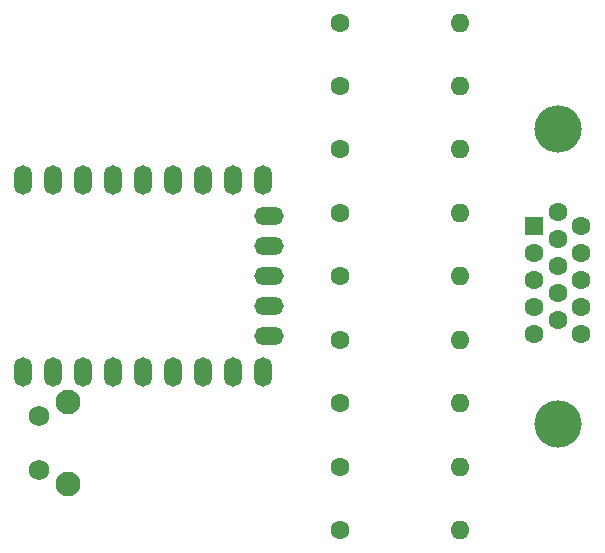
<source format=gbs>
%TF.GenerationSoftware,KiCad,Pcbnew,7.0.10*%
%TF.CreationDate,2024-01-30T15:37:57+11:00*%
%TF.ProjectId,RP2040-TestPatternGenerator,52503230-3430-42d5-9465-737450617474,rev?*%
%TF.SameCoordinates,Original*%
%TF.FileFunction,Soldermask,Bot*%
%TF.FilePolarity,Negative*%
%FSLAX46Y46*%
G04 Gerber Fmt 4.6, Leading zero omitted, Abs format (unit mm)*
G04 Created by KiCad (PCBNEW 7.0.10) date 2024-01-30 15:37:57*
%MOMM*%
%LPD*%
G01*
G04 APERTURE LIST*
%ADD10O,1.600000X1.600000*%
%ADD11C,1.600000*%
%ADD12C,4.000000*%
%ADD13O,4.000000X4.000000*%
%ADD14R,1.600000X1.600000*%
%ADD15C,2.100000*%
%ADD16C,1.750000*%
%ADD17O,1.500000X2.500000*%
%ADD18O,2.500000X1.500000*%
G04 APERTURE END LIST*
D10*
%TO.C,R8*%
X155580000Y-69875000D03*
D11*
X145420000Y-69875000D03*
%TD*%
D10*
%TO.C,R7*%
X155580000Y-75250000D03*
D11*
X145420000Y-75250000D03*
%TD*%
D10*
%TO.C,R3*%
X155580000Y-96750000D03*
D11*
X145420000Y-96750000D03*
%TD*%
D10*
%TO.C,R6*%
X155580000Y-80625000D03*
D11*
X145420000Y-80625000D03*
%TD*%
D10*
%TO.C,R9*%
X155580000Y-64500000D03*
D11*
X145420000Y-64500000D03*
%TD*%
D10*
%TO.C,R1*%
X155580000Y-107500000D03*
D11*
X145420000Y-107500000D03*
%TD*%
D10*
%TO.C,R5*%
X155580000Y-86000000D03*
D11*
X145420000Y-86000000D03*
%TD*%
D10*
%TO.C,R4*%
X155580000Y-91375000D03*
D11*
X145420000Y-91375000D03*
%TD*%
D12*
%TO.C,RGBS OUT*%
X163899669Y-98515000D03*
D13*
X163899669Y-73515000D03*
D14*
X161849669Y-81700000D03*
D11*
X161849669Y-83990000D03*
X161849669Y-86280000D03*
X161849669Y-88570000D03*
X161849669Y-90860000D03*
X163829669Y-80555000D03*
X163829669Y-82845000D03*
X163829669Y-85135000D03*
X163829669Y-87425000D03*
X163829669Y-89715000D03*
X165809669Y-81700000D03*
X165809669Y-83990000D03*
X165809669Y-86280000D03*
X165809669Y-88570000D03*
X165809669Y-90860000D03*
%TD*%
D15*
%TO.C,SW1*%
X122400000Y-103600000D03*
X122400000Y-96590000D03*
D16*
X119910000Y-102350000D03*
X119910000Y-97850000D03*
%TD*%
D10*
%TO.C,R2*%
X155580000Y-102125000D03*
D11*
X145420000Y-102125000D03*
%TD*%
D17*
%TO.C,U1*%
X118590000Y-77859000D03*
X121130000Y-77859000D03*
X123670000Y-77859000D03*
X126210000Y-77859000D03*
X128750000Y-77859000D03*
X131290000Y-77859000D03*
X133830000Y-77859000D03*
X136370000Y-77859000D03*
X138910000Y-77859000D03*
D18*
X139410000Y-80899000D03*
X139410000Y-83439000D03*
X139410000Y-85979000D03*
X139410000Y-88519000D03*
X139410000Y-91059000D03*
D17*
X138910000Y-94099000D03*
X136370000Y-94099000D03*
X133830000Y-94099000D03*
X131290000Y-94099000D03*
X128750000Y-94099000D03*
X126210000Y-94099000D03*
X123670000Y-94099000D03*
X121130000Y-94099000D03*
X118590000Y-94099000D03*
%TD*%
M02*

</source>
